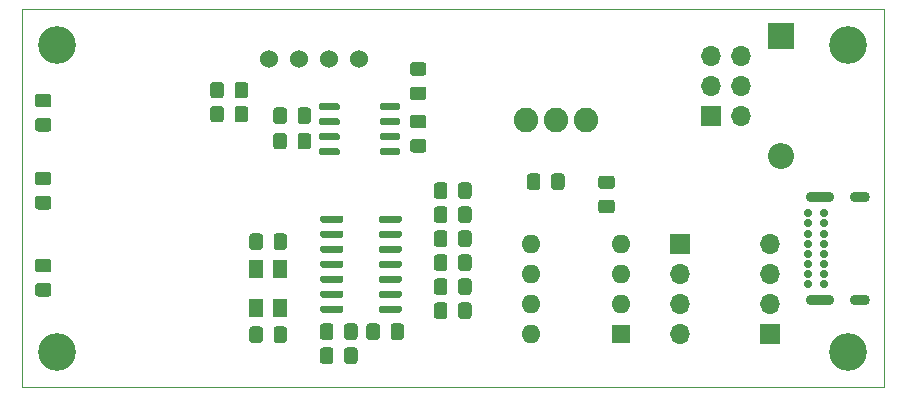
<source format=gbr>
G04 #@! TF.GenerationSoftware,KiCad,Pcbnew,5.1.10*
G04 #@! TF.CreationDate,2021-09-21T16:03:23-04:00*
G04 #@! TF.ProjectId,tinycalibrator,74696e79-6361-46c6-9962-7261746f722e,rev?*
G04 #@! TF.SameCoordinates,Original*
G04 #@! TF.FileFunction,Soldermask,Bot*
G04 #@! TF.FilePolarity,Negative*
%FSLAX46Y46*%
G04 Gerber Fmt 4.6, Leading zero omitted, Abs format (unit mm)*
G04 Created by KiCad (PCBNEW 5.1.10) date 2021-09-21 16:03:23*
%MOMM*%
%LPD*%
G01*
G04 APERTURE LIST*
G04 #@! TA.AperFunction,Profile*
%ADD10C,0.050000*%
G04 #@! TD*
%ADD11O,1.600000X1.600000*%
%ADD12R,1.600000X1.600000*%
%ADD13O,1.700000X1.700000*%
%ADD14R,1.700000X1.700000*%
%ADD15O,2.200000X2.200000*%
%ADD16R,2.200000X2.200000*%
%ADD17C,3.200000*%
%ADD18C,1.524000*%
%ADD19R,1.300000X1.600000*%
%ADD20C,2.082800*%
%ADD21O,1.700000X0.900000*%
%ADD22O,2.400000X0.900000*%
%ADD23C,0.700000*%
G04 APERTURE END LIST*
D10*
X97000000Y-111000000D02*
X170000000Y-111000000D01*
X97000000Y-79000000D02*
X97000000Y-111000000D01*
X170000000Y-79000000D02*
X97000000Y-79000000D01*
X170000000Y-111000000D02*
X170000000Y-79000000D01*
D11*
G04 #@! TO.C,U1*
X140144500Y-106489500D03*
X147764500Y-98869500D03*
X140144500Y-103949500D03*
X147764500Y-101409500D03*
X140144500Y-101409500D03*
X147764500Y-103949500D03*
X140144500Y-98869500D03*
D12*
X147764500Y-106489500D03*
G04 #@! TD*
D13*
G04 #@! TO.C,J4*
X152717500Y-106509500D03*
X152717500Y-103969500D03*
X152717500Y-101429500D03*
D14*
X152717500Y-98889500D03*
G04 #@! TD*
D13*
G04 #@! TO.C,J2*
X160337500Y-98869500D03*
X160337500Y-101409500D03*
X160337500Y-103949500D03*
D14*
X160337500Y-106489500D03*
G04 #@! TD*
D15*
G04 #@! TO.C,D1*
X161290000Y-91440000D03*
D16*
X161290000Y-81280000D03*
G04 #@! TD*
D17*
G04 #@! TO.C,REF\u002A\u002A*
X166964500Y-107994000D03*
G04 #@! TD*
G04 #@! TO.C,REF\u002A\u002A*
X166964500Y-81994000D03*
G04 #@! TD*
G04 #@! TO.C,REF\u002A\u002A*
X99964500Y-107994000D03*
G04 #@! TD*
G04 #@! TO.C,REF\u002A\u002A*
X99964500Y-81994000D03*
G04 #@! TD*
D18*
G04 #@! TO.C,U4*
X125539400Y-83229300D03*
X122999400Y-83229300D03*
X120459400Y-83229300D03*
X117919400Y-83229300D03*
G04 #@! TD*
D19*
G04 #@! TO.C,Y1*
X116856000Y-100967000D03*
X116856000Y-104267000D03*
X118856000Y-104267000D03*
X118856000Y-100967000D03*
G04 #@! TD*
G04 #@! TO.C,U5*
G36*
G01*
X127230000Y-104544000D02*
X127230000Y-104244000D01*
G75*
G02*
X127380000Y-104094000I150000J0D01*
G01*
X129030000Y-104094000D01*
G75*
G02*
X129180000Y-104244000I0J-150000D01*
G01*
X129180000Y-104544000D01*
G75*
G02*
X129030000Y-104694000I-150000J0D01*
G01*
X127380000Y-104694000D01*
G75*
G02*
X127230000Y-104544000I0J150000D01*
G01*
G37*
G36*
G01*
X127230000Y-103274000D02*
X127230000Y-102974000D01*
G75*
G02*
X127380000Y-102824000I150000J0D01*
G01*
X129030000Y-102824000D01*
G75*
G02*
X129180000Y-102974000I0J-150000D01*
G01*
X129180000Y-103274000D01*
G75*
G02*
X129030000Y-103424000I-150000J0D01*
G01*
X127380000Y-103424000D01*
G75*
G02*
X127230000Y-103274000I0J150000D01*
G01*
G37*
G36*
G01*
X127230000Y-102004000D02*
X127230000Y-101704000D01*
G75*
G02*
X127380000Y-101554000I150000J0D01*
G01*
X129030000Y-101554000D01*
G75*
G02*
X129180000Y-101704000I0J-150000D01*
G01*
X129180000Y-102004000D01*
G75*
G02*
X129030000Y-102154000I-150000J0D01*
G01*
X127380000Y-102154000D01*
G75*
G02*
X127230000Y-102004000I0J150000D01*
G01*
G37*
G36*
G01*
X127230000Y-100734000D02*
X127230000Y-100434000D01*
G75*
G02*
X127380000Y-100284000I150000J0D01*
G01*
X129030000Y-100284000D01*
G75*
G02*
X129180000Y-100434000I0J-150000D01*
G01*
X129180000Y-100734000D01*
G75*
G02*
X129030000Y-100884000I-150000J0D01*
G01*
X127380000Y-100884000D01*
G75*
G02*
X127230000Y-100734000I0J150000D01*
G01*
G37*
G36*
G01*
X127230000Y-99464000D02*
X127230000Y-99164000D01*
G75*
G02*
X127380000Y-99014000I150000J0D01*
G01*
X129030000Y-99014000D01*
G75*
G02*
X129180000Y-99164000I0J-150000D01*
G01*
X129180000Y-99464000D01*
G75*
G02*
X129030000Y-99614000I-150000J0D01*
G01*
X127380000Y-99614000D01*
G75*
G02*
X127230000Y-99464000I0J150000D01*
G01*
G37*
G36*
G01*
X127230000Y-98194000D02*
X127230000Y-97894000D01*
G75*
G02*
X127380000Y-97744000I150000J0D01*
G01*
X129030000Y-97744000D01*
G75*
G02*
X129180000Y-97894000I0J-150000D01*
G01*
X129180000Y-98194000D01*
G75*
G02*
X129030000Y-98344000I-150000J0D01*
G01*
X127380000Y-98344000D01*
G75*
G02*
X127230000Y-98194000I0J150000D01*
G01*
G37*
G36*
G01*
X127230000Y-96924000D02*
X127230000Y-96624000D01*
G75*
G02*
X127380000Y-96474000I150000J0D01*
G01*
X129030000Y-96474000D01*
G75*
G02*
X129180000Y-96624000I0J-150000D01*
G01*
X129180000Y-96924000D01*
G75*
G02*
X129030000Y-97074000I-150000J0D01*
G01*
X127380000Y-97074000D01*
G75*
G02*
X127230000Y-96924000I0J150000D01*
G01*
G37*
G36*
G01*
X122280000Y-96924000D02*
X122280000Y-96624000D01*
G75*
G02*
X122430000Y-96474000I150000J0D01*
G01*
X124080000Y-96474000D01*
G75*
G02*
X124230000Y-96624000I0J-150000D01*
G01*
X124230000Y-96924000D01*
G75*
G02*
X124080000Y-97074000I-150000J0D01*
G01*
X122430000Y-97074000D01*
G75*
G02*
X122280000Y-96924000I0J150000D01*
G01*
G37*
G36*
G01*
X122280000Y-98194000D02*
X122280000Y-97894000D01*
G75*
G02*
X122430000Y-97744000I150000J0D01*
G01*
X124080000Y-97744000D01*
G75*
G02*
X124230000Y-97894000I0J-150000D01*
G01*
X124230000Y-98194000D01*
G75*
G02*
X124080000Y-98344000I-150000J0D01*
G01*
X122430000Y-98344000D01*
G75*
G02*
X122280000Y-98194000I0J150000D01*
G01*
G37*
G36*
G01*
X122280000Y-99464000D02*
X122280000Y-99164000D01*
G75*
G02*
X122430000Y-99014000I150000J0D01*
G01*
X124080000Y-99014000D01*
G75*
G02*
X124230000Y-99164000I0J-150000D01*
G01*
X124230000Y-99464000D01*
G75*
G02*
X124080000Y-99614000I-150000J0D01*
G01*
X122430000Y-99614000D01*
G75*
G02*
X122280000Y-99464000I0J150000D01*
G01*
G37*
G36*
G01*
X122280000Y-100734000D02*
X122280000Y-100434000D01*
G75*
G02*
X122430000Y-100284000I150000J0D01*
G01*
X124080000Y-100284000D01*
G75*
G02*
X124230000Y-100434000I0J-150000D01*
G01*
X124230000Y-100734000D01*
G75*
G02*
X124080000Y-100884000I-150000J0D01*
G01*
X122430000Y-100884000D01*
G75*
G02*
X122280000Y-100734000I0J150000D01*
G01*
G37*
G36*
G01*
X122280000Y-102004000D02*
X122280000Y-101704000D01*
G75*
G02*
X122430000Y-101554000I150000J0D01*
G01*
X124080000Y-101554000D01*
G75*
G02*
X124230000Y-101704000I0J-150000D01*
G01*
X124230000Y-102004000D01*
G75*
G02*
X124080000Y-102154000I-150000J0D01*
G01*
X122430000Y-102154000D01*
G75*
G02*
X122280000Y-102004000I0J150000D01*
G01*
G37*
G36*
G01*
X122280000Y-103274000D02*
X122280000Y-102974000D01*
G75*
G02*
X122430000Y-102824000I150000J0D01*
G01*
X124080000Y-102824000D01*
G75*
G02*
X124230000Y-102974000I0J-150000D01*
G01*
X124230000Y-103274000D01*
G75*
G02*
X124080000Y-103424000I-150000J0D01*
G01*
X122430000Y-103424000D01*
G75*
G02*
X122280000Y-103274000I0J150000D01*
G01*
G37*
G36*
G01*
X122280000Y-104544000D02*
X122280000Y-104244000D01*
G75*
G02*
X122430000Y-104094000I150000J0D01*
G01*
X124080000Y-104094000D01*
G75*
G02*
X124230000Y-104244000I0J-150000D01*
G01*
X124230000Y-104544000D01*
G75*
G02*
X124080000Y-104694000I-150000J0D01*
G01*
X122430000Y-104694000D01*
G75*
G02*
X122280000Y-104544000I0J150000D01*
G01*
G37*
G04 #@! TD*
G04 #@! TO.C,U3*
G36*
G01*
X127303000Y-91209000D02*
X127303000Y-90909000D01*
G75*
G02*
X127453000Y-90759000I150000J0D01*
G01*
X128903000Y-90759000D01*
G75*
G02*
X129053000Y-90909000I0J-150000D01*
G01*
X129053000Y-91209000D01*
G75*
G02*
X128903000Y-91359000I-150000J0D01*
G01*
X127453000Y-91359000D01*
G75*
G02*
X127303000Y-91209000I0J150000D01*
G01*
G37*
G36*
G01*
X127303000Y-89939000D02*
X127303000Y-89639000D01*
G75*
G02*
X127453000Y-89489000I150000J0D01*
G01*
X128903000Y-89489000D01*
G75*
G02*
X129053000Y-89639000I0J-150000D01*
G01*
X129053000Y-89939000D01*
G75*
G02*
X128903000Y-90089000I-150000J0D01*
G01*
X127453000Y-90089000D01*
G75*
G02*
X127303000Y-89939000I0J150000D01*
G01*
G37*
G36*
G01*
X127303000Y-88669000D02*
X127303000Y-88369000D01*
G75*
G02*
X127453000Y-88219000I150000J0D01*
G01*
X128903000Y-88219000D01*
G75*
G02*
X129053000Y-88369000I0J-150000D01*
G01*
X129053000Y-88669000D01*
G75*
G02*
X128903000Y-88819000I-150000J0D01*
G01*
X127453000Y-88819000D01*
G75*
G02*
X127303000Y-88669000I0J150000D01*
G01*
G37*
G36*
G01*
X127303000Y-87399000D02*
X127303000Y-87099000D01*
G75*
G02*
X127453000Y-86949000I150000J0D01*
G01*
X128903000Y-86949000D01*
G75*
G02*
X129053000Y-87099000I0J-150000D01*
G01*
X129053000Y-87399000D01*
G75*
G02*
X128903000Y-87549000I-150000J0D01*
G01*
X127453000Y-87549000D01*
G75*
G02*
X127303000Y-87399000I0J150000D01*
G01*
G37*
G36*
G01*
X122153000Y-87399000D02*
X122153000Y-87099000D01*
G75*
G02*
X122303000Y-86949000I150000J0D01*
G01*
X123753000Y-86949000D01*
G75*
G02*
X123903000Y-87099000I0J-150000D01*
G01*
X123903000Y-87399000D01*
G75*
G02*
X123753000Y-87549000I-150000J0D01*
G01*
X122303000Y-87549000D01*
G75*
G02*
X122153000Y-87399000I0J150000D01*
G01*
G37*
G36*
G01*
X122153000Y-88669000D02*
X122153000Y-88369000D01*
G75*
G02*
X122303000Y-88219000I150000J0D01*
G01*
X123753000Y-88219000D01*
G75*
G02*
X123903000Y-88369000I0J-150000D01*
G01*
X123903000Y-88669000D01*
G75*
G02*
X123753000Y-88819000I-150000J0D01*
G01*
X122303000Y-88819000D01*
G75*
G02*
X122153000Y-88669000I0J150000D01*
G01*
G37*
G36*
G01*
X122153000Y-89939000D02*
X122153000Y-89639000D01*
G75*
G02*
X122303000Y-89489000I150000J0D01*
G01*
X123753000Y-89489000D01*
G75*
G02*
X123903000Y-89639000I0J-150000D01*
G01*
X123903000Y-89939000D01*
G75*
G02*
X123753000Y-90089000I-150000J0D01*
G01*
X122303000Y-90089000D01*
G75*
G02*
X122153000Y-89939000I0J150000D01*
G01*
G37*
G36*
G01*
X122153000Y-91209000D02*
X122153000Y-90909000D01*
G75*
G02*
X122303000Y-90759000I150000J0D01*
G01*
X123753000Y-90759000D01*
G75*
G02*
X123903000Y-90909000I0J-150000D01*
G01*
X123903000Y-91209000D01*
G75*
G02*
X123753000Y-91359000I-150000J0D01*
G01*
X122303000Y-91359000D01*
G75*
G02*
X122153000Y-91209000I0J150000D01*
G01*
G37*
G04 #@! TD*
D20*
G04 #@! TO.C,SW1*
X139700000Y-88392000D03*
X142240000Y-88392000D03*
X144780000Y-88392000D03*
G04 #@! TD*
G04 #@! TO.C,R15*
G36*
G01*
X146044499Y-95128500D02*
X146944501Y-95128500D01*
G75*
G02*
X147194500Y-95378499I0J-249999D01*
G01*
X147194500Y-96028501D01*
G75*
G02*
X146944501Y-96278500I-249999J0D01*
G01*
X146044499Y-96278500D01*
G75*
G02*
X145794500Y-96028501I0J249999D01*
G01*
X145794500Y-95378499D01*
G75*
G02*
X146044499Y-95128500I249999J0D01*
G01*
G37*
G36*
G01*
X146044499Y-93078500D02*
X146944501Y-93078500D01*
G75*
G02*
X147194500Y-93328499I0J-249999D01*
G01*
X147194500Y-93978501D01*
G75*
G02*
X146944501Y-94228500I-249999J0D01*
G01*
X146044499Y-94228500D01*
G75*
G02*
X145794500Y-93978501I0J249999D01*
G01*
X145794500Y-93328499D01*
G75*
G02*
X146044499Y-93078500I249999J0D01*
G01*
G37*
G04 #@! TD*
G04 #@! TO.C,R14*
G36*
G01*
X140901000Y-93148999D02*
X140901000Y-94049001D01*
G75*
G02*
X140651001Y-94299000I-249999J0D01*
G01*
X140000999Y-94299000D01*
G75*
G02*
X139751000Y-94049001I0J249999D01*
G01*
X139751000Y-93148999D01*
G75*
G02*
X140000999Y-92899000I249999J0D01*
G01*
X140651001Y-92899000D01*
G75*
G02*
X140901000Y-93148999I0J-249999D01*
G01*
G37*
G36*
G01*
X142951000Y-93148999D02*
X142951000Y-94049001D01*
G75*
G02*
X142701001Y-94299000I-249999J0D01*
G01*
X142050999Y-94299000D01*
G75*
G02*
X141801000Y-94049001I0J249999D01*
G01*
X141801000Y-93148999D01*
G75*
G02*
X142050999Y-92899000I249999J0D01*
G01*
X142701001Y-92899000D01*
G75*
G02*
X142951000Y-93148999I0J-249999D01*
G01*
G37*
G04 #@! TD*
G04 #@! TO.C,R13*
G36*
G01*
X99256001Y-101277000D02*
X98355999Y-101277000D01*
G75*
G02*
X98106000Y-101027001I0J249999D01*
G01*
X98106000Y-100376999D01*
G75*
G02*
X98355999Y-100127000I249999J0D01*
G01*
X99256001Y-100127000D01*
G75*
G02*
X99506000Y-100376999I0J-249999D01*
G01*
X99506000Y-101027001D01*
G75*
G02*
X99256001Y-101277000I-249999J0D01*
G01*
G37*
G36*
G01*
X99256001Y-103327000D02*
X98355999Y-103327000D01*
G75*
G02*
X98106000Y-103077001I0J249999D01*
G01*
X98106000Y-102426999D01*
G75*
G02*
X98355999Y-102177000I249999J0D01*
G01*
X99256001Y-102177000D01*
G75*
G02*
X99506000Y-102426999I0J-249999D01*
G01*
X99506000Y-103077001D01*
G75*
G02*
X99256001Y-103327000I-249999J0D01*
G01*
G37*
G04 #@! TD*
G04 #@! TO.C,R12*
G36*
G01*
X133927000Y-94811001D02*
X133927000Y-93910999D01*
G75*
G02*
X134176999Y-93661000I249999J0D01*
G01*
X134827001Y-93661000D01*
G75*
G02*
X135077000Y-93910999I0J-249999D01*
G01*
X135077000Y-94811001D01*
G75*
G02*
X134827001Y-95061000I-249999J0D01*
G01*
X134176999Y-95061000D01*
G75*
G02*
X133927000Y-94811001I0J249999D01*
G01*
G37*
G36*
G01*
X131877000Y-94811001D02*
X131877000Y-93910999D01*
G75*
G02*
X132126999Y-93661000I249999J0D01*
G01*
X132777001Y-93661000D01*
G75*
G02*
X133027000Y-93910999I0J-249999D01*
G01*
X133027000Y-94811001D01*
G75*
G02*
X132777001Y-95061000I-249999J0D01*
G01*
X132126999Y-95061000D01*
G75*
G02*
X131877000Y-94811001I0J249999D01*
G01*
G37*
G04 #@! TD*
G04 #@! TO.C,R11*
G36*
G01*
X99256001Y-93902000D02*
X98355999Y-93902000D01*
G75*
G02*
X98106000Y-93652001I0J249999D01*
G01*
X98106000Y-93001999D01*
G75*
G02*
X98355999Y-92752000I249999J0D01*
G01*
X99256001Y-92752000D01*
G75*
G02*
X99506000Y-93001999I0J-249999D01*
G01*
X99506000Y-93652001D01*
G75*
G02*
X99256001Y-93902000I-249999J0D01*
G01*
G37*
G36*
G01*
X99256001Y-95952000D02*
X98355999Y-95952000D01*
G75*
G02*
X98106000Y-95702001I0J249999D01*
G01*
X98106000Y-95051999D01*
G75*
G02*
X98355999Y-94802000I249999J0D01*
G01*
X99256001Y-94802000D01*
G75*
G02*
X99506000Y-95051999I0J-249999D01*
G01*
X99506000Y-95702001D01*
G75*
G02*
X99256001Y-95952000I-249999J0D01*
G01*
G37*
G04 #@! TD*
G04 #@! TO.C,R10*
G36*
G01*
X99256001Y-87307000D02*
X98355999Y-87307000D01*
G75*
G02*
X98106000Y-87057001I0J249999D01*
G01*
X98106000Y-86406999D01*
G75*
G02*
X98355999Y-86157000I249999J0D01*
G01*
X99256001Y-86157000D01*
G75*
G02*
X99506000Y-86406999I0J-249999D01*
G01*
X99506000Y-87057001D01*
G75*
G02*
X99256001Y-87307000I-249999J0D01*
G01*
G37*
G36*
G01*
X99256001Y-89357000D02*
X98355999Y-89357000D01*
G75*
G02*
X98106000Y-89107001I0J249999D01*
G01*
X98106000Y-88456999D01*
G75*
G02*
X98355999Y-88207000I249999J0D01*
G01*
X99256001Y-88207000D01*
G75*
G02*
X99506000Y-88456999I0J-249999D01*
G01*
X99506000Y-89107001D01*
G75*
G02*
X99256001Y-89357000I-249999J0D01*
G01*
G37*
G04 #@! TD*
G04 #@! TO.C,R9*
G36*
G01*
X128212000Y-106749001D02*
X128212000Y-105848999D01*
G75*
G02*
X128461999Y-105599000I249999J0D01*
G01*
X129112001Y-105599000D01*
G75*
G02*
X129362000Y-105848999I0J-249999D01*
G01*
X129362000Y-106749001D01*
G75*
G02*
X129112001Y-106999000I-249999J0D01*
G01*
X128461999Y-106999000D01*
G75*
G02*
X128212000Y-106749001I0J249999D01*
G01*
G37*
G36*
G01*
X126162000Y-106749001D02*
X126162000Y-105848999D01*
G75*
G02*
X126411999Y-105599000I249999J0D01*
G01*
X127062001Y-105599000D01*
G75*
G02*
X127312000Y-105848999I0J-249999D01*
G01*
X127312000Y-106749001D01*
G75*
G02*
X127062001Y-106999000I-249999J0D01*
G01*
X126411999Y-106999000D01*
G75*
G02*
X126162000Y-106749001I0J249999D01*
G01*
G37*
G04 #@! TD*
G04 #@! TO.C,R7*
G36*
G01*
X115004000Y-86302001D02*
X115004000Y-85401999D01*
G75*
G02*
X115253999Y-85152000I249999J0D01*
G01*
X115904001Y-85152000D01*
G75*
G02*
X116154000Y-85401999I0J-249999D01*
G01*
X116154000Y-86302001D01*
G75*
G02*
X115904001Y-86552000I-249999J0D01*
G01*
X115253999Y-86552000D01*
G75*
G02*
X115004000Y-86302001I0J249999D01*
G01*
G37*
G36*
G01*
X112954000Y-86302001D02*
X112954000Y-85401999D01*
G75*
G02*
X113203999Y-85152000I249999J0D01*
G01*
X113854001Y-85152000D01*
G75*
G02*
X114104000Y-85401999I0J-249999D01*
G01*
X114104000Y-86302001D01*
G75*
G02*
X113854001Y-86552000I-249999J0D01*
G01*
X113203999Y-86552000D01*
G75*
G02*
X112954000Y-86302001I0J249999D01*
G01*
G37*
G04 #@! TD*
G04 #@! TO.C,R6*
G36*
G01*
X115004000Y-88334001D02*
X115004000Y-87433999D01*
G75*
G02*
X115253999Y-87184000I249999J0D01*
G01*
X115904001Y-87184000D01*
G75*
G02*
X116154000Y-87433999I0J-249999D01*
G01*
X116154000Y-88334001D01*
G75*
G02*
X115904001Y-88584000I-249999J0D01*
G01*
X115253999Y-88584000D01*
G75*
G02*
X115004000Y-88334001I0J249999D01*
G01*
G37*
G36*
G01*
X112954000Y-88334001D02*
X112954000Y-87433999D01*
G75*
G02*
X113203999Y-87184000I249999J0D01*
G01*
X113854001Y-87184000D01*
G75*
G02*
X114104000Y-87433999I0J-249999D01*
G01*
X114104000Y-88334001D01*
G75*
G02*
X113854001Y-88584000I-249999J0D01*
G01*
X113203999Y-88584000D01*
G75*
G02*
X112954000Y-88334001I0J249999D01*
G01*
G37*
G04 #@! TD*
G04 #@! TO.C,R5*
G36*
G01*
X133927000Y-98875001D02*
X133927000Y-97974999D01*
G75*
G02*
X134176999Y-97725000I249999J0D01*
G01*
X134827001Y-97725000D01*
G75*
G02*
X135077000Y-97974999I0J-249999D01*
G01*
X135077000Y-98875001D01*
G75*
G02*
X134827001Y-99125000I-249999J0D01*
G01*
X134176999Y-99125000D01*
G75*
G02*
X133927000Y-98875001I0J249999D01*
G01*
G37*
G36*
G01*
X131877000Y-98875001D02*
X131877000Y-97974999D01*
G75*
G02*
X132126999Y-97725000I249999J0D01*
G01*
X132777001Y-97725000D01*
G75*
G02*
X133027000Y-97974999I0J-249999D01*
G01*
X133027000Y-98875001D01*
G75*
G02*
X132777001Y-99125000I-249999J0D01*
G01*
X132126999Y-99125000D01*
G75*
G02*
X131877000Y-98875001I0J249999D01*
G01*
G37*
G04 #@! TD*
G04 #@! TO.C,R4*
G36*
G01*
X133927000Y-104971001D02*
X133927000Y-104070999D01*
G75*
G02*
X134176999Y-103821000I249999J0D01*
G01*
X134827001Y-103821000D01*
G75*
G02*
X135077000Y-104070999I0J-249999D01*
G01*
X135077000Y-104971001D01*
G75*
G02*
X134827001Y-105221000I-249999J0D01*
G01*
X134176999Y-105221000D01*
G75*
G02*
X133927000Y-104971001I0J249999D01*
G01*
G37*
G36*
G01*
X131877000Y-104971001D02*
X131877000Y-104070999D01*
G75*
G02*
X132126999Y-103821000I249999J0D01*
G01*
X132777001Y-103821000D01*
G75*
G02*
X133027000Y-104070999I0J-249999D01*
G01*
X133027000Y-104971001D01*
G75*
G02*
X132777001Y-105221000I-249999J0D01*
G01*
X132126999Y-105221000D01*
G75*
G02*
X131877000Y-104971001I0J249999D01*
G01*
G37*
G04 #@! TD*
G04 #@! TO.C,R3*
G36*
G01*
X133927000Y-102939001D02*
X133927000Y-102038999D01*
G75*
G02*
X134176999Y-101789000I249999J0D01*
G01*
X134827001Y-101789000D01*
G75*
G02*
X135077000Y-102038999I0J-249999D01*
G01*
X135077000Y-102939001D01*
G75*
G02*
X134827001Y-103189000I-249999J0D01*
G01*
X134176999Y-103189000D01*
G75*
G02*
X133927000Y-102939001I0J249999D01*
G01*
G37*
G36*
G01*
X131877000Y-102939001D02*
X131877000Y-102038999D01*
G75*
G02*
X132126999Y-101789000I249999J0D01*
G01*
X132777001Y-101789000D01*
G75*
G02*
X133027000Y-102038999I0J-249999D01*
G01*
X133027000Y-102939001D01*
G75*
G02*
X132777001Y-103189000I-249999J0D01*
G01*
X132126999Y-103189000D01*
G75*
G02*
X131877000Y-102939001I0J249999D01*
G01*
G37*
G04 #@! TD*
G04 #@! TO.C,R2*
G36*
G01*
X133927000Y-96843001D02*
X133927000Y-95942999D01*
G75*
G02*
X134176999Y-95693000I249999J0D01*
G01*
X134827001Y-95693000D01*
G75*
G02*
X135077000Y-95942999I0J-249999D01*
G01*
X135077000Y-96843001D01*
G75*
G02*
X134827001Y-97093000I-249999J0D01*
G01*
X134176999Y-97093000D01*
G75*
G02*
X133927000Y-96843001I0J249999D01*
G01*
G37*
G36*
G01*
X131877000Y-96843001D02*
X131877000Y-95942999D01*
G75*
G02*
X132126999Y-95693000I249999J0D01*
G01*
X132777001Y-95693000D01*
G75*
G02*
X133027000Y-95942999I0J-249999D01*
G01*
X133027000Y-96843001D01*
G75*
G02*
X132777001Y-97093000I-249999J0D01*
G01*
X132126999Y-97093000D01*
G75*
G02*
X131877000Y-96843001I0J249999D01*
G01*
G37*
G04 #@! TD*
G04 #@! TO.C,R1*
G36*
G01*
X133927000Y-100907001D02*
X133927000Y-100006999D01*
G75*
G02*
X134176999Y-99757000I249999J0D01*
G01*
X134827001Y-99757000D01*
G75*
G02*
X135077000Y-100006999I0J-249999D01*
G01*
X135077000Y-100907001D01*
G75*
G02*
X134827001Y-101157000I-249999J0D01*
G01*
X134176999Y-101157000D01*
G75*
G02*
X133927000Y-100907001I0J249999D01*
G01*
G37*
G36*
G01*
X131877000Y-100907001D02*
X131877000Y-100006999D01*
G75*
G02*
X132126999Y-99757000I249999J0D01*
G01*
X132777001Y-99757000D01*
G75*
G02*
X133027000Y-100006999I0J-249999D01*
G01*
X133027000Y-100907001D01*
G75*
G02*
X132777001Y-101157000I-249999J0D01*
G01*
X132126999Y-101157000D01*
G75*
G02*
X131877000Y-100907001I0J249999D01*
G01*
G37*
G04 #@! TD*
D13*
G04 #@! TO.C,J3*
X157861000Y-82931000D03*
X155321000Y-82931000D03*
X157861000Y-85471000D03*
X155321000Y-85471000D03*
X157861000Y-88011000D03*
D14*
X155321000Y-88011000D03*
G04 #@! TD*
D21*
G04 #@! TO.C,J1*
X167936000Y-94935000D03*
X167936000Y-103585000D03*
D22*
X164556000Y-94935000D03*
X164556000Y-103585000D03*
D23*
X164926000Y-98835000D03*
X164926000Y-96285000D03*
X164926000Y-97135000D03*
X164926000Y-97985000D03*
X164926000Y-102235000D03*
X164926000Y-100535000D03*
X164926000Y-99685000D03*
X164926000Y-101385000D03*
X163576000Y-96285000D03*
X163576000Y-97135000D03*
X163576000Y-97985000D03*
X163576000Y-98835000D03*
X163576000Y-99685000D03*
X163576000Y-100535000D03*
X163576000Y-101385000D03*
X163576000Y-102235000D03*
G04 #@! TD*
G04 #@! TO.C,C10*
G36*
G01*
X123375000Y-107880999D02*
X123375000Y-108781001D01*
G75*
G02*
X123125001Y-109031000I-249999J0D01*
G01*
X122474999Y-109031000D01*
G75*
G02*
X122225000Y-108781001I0J249999D01*
G01*
X122225000Y-107880999D01*
G75*
G02*
X122474999Y-107631000I249999J0D01*
G01*
X123125001Y-107631000D01*
G75*
G02*
X123375000Y-107880999I0J-249999D01*
G01*
G37*
G36*
G01*
X125425000Y-107880999D02*
X125425000Y-108781001D01*
G75*
G02*
X125175001Y-109031000I-249999J0D01*
G01*
X124524999Y-109031000D01*
G75*
G02*
X124275000Y-108781001I0J249999D01*
G01*
X124275000Y-107880999D01*
G75*
G02*
X124524999Y-107631000I249999J0D01*
G01*
X125175001Y-107631000D01*
G75*
G02*
X125425000Y-107880999I0J-249999D01*
G01*
G37*
G04 #@! TD*
G04 #@! TO.C,C9*
G36*
G01*
X123375000Y-105848999D02*
X123375000Y-106749001D01*
G75*
G02*
X123125001Y-106999000I-249999J0D01*
G01*
X122474999Y-106999000D01*
G75*
G02*
X122225000Y-106749001I0J249999D01*
G01*
X122225000Y-105848999D01*
G75*
G02*
X122474999Y-105599000I249999J0D01*
G01*
X123125001Y-105599000D01*
G75*
G02*
X123375000Y-105848999I0J-249999D01*
G01*
G37*
G36*
G01*
X125425000Y-105848999D02*
X125425000Y-106749001D01*
G75*
G02*
X125175001Y-106999000I-249999J0D01*
G01*
X124524999Y-106999000D01*
G75*
G02*
X124275000Y-106749001I0J249999D01*
G01*
X124275000Y-105848999D01*
G75*
G02*
X124524999Y-105599000I249999J0D01*
G01*
X125175001Y-105599000D01*
G75*
G02*
X125425000Y-105848999I0J-249999D01*
G01*
G37*
G04 #@! TD*
G04 #@! TO.C,C8*
G36*
G01*
X117406000Y-106102999D02*
X117406000Y-107003001D01*
G75*
G02*
X117156001Y-107253000I-249999J0D01*
G01*
X116505999Y-107253000D01*
G75*
G02*
X116256000Y-107003001I0J249999D01*
G01*
X116256000Y-106102999D01*
G75*
G02*
X116505999Y-105853000I249999J0D01*
G01*
X117156001Y-105853000D01*
G75*
G02*
X117406000Y-106102999I0J-249999D01*
G01*
G37*
G36*
G01*
X119456000Y-106102999D02*
X119456000Y-107003001D01*
G75*
G02*
X119206001Y-107253000I-249999J0D01*
G01*
X118555999Y-107253000D01*
G75*
G02*
X118306000Y-107003001I0J249999D01*
G01*
X118306000Y-106102999D01*
G75*
G02*
X118555999Y-105853000I249999J0D01*
G01*
X119206001Y-105853000D01*
G75*
G02*
X119456000Y-106102999I0J-249999D01*
G01*
G37*
G04 #@! TD*
G04 #@! TO.C,C7*
G36*
G01*
X118306000Y-99129001D02*
X118306000Y-98228999D01*
G75*
G02*
X118555999Y-97979000I249999J0D01*
G01*
X119206001Y-97979000D01*
G75*
G02*
X119456000Y-98228999I0J-249999D01*
G01*
X119456000Y-99129001D01*
G75*
G02*
X119206001Y-99379000I-249999J0D01*
G01*
X118555999Y-99379000D01*
G75*
G02*
X118306000Y-99129001I0J249999D01*
G01*
G37*
G36*
G01*
X116256000Y-99129001D02*
X116256000Y-98228999D01*
G75*
G02*
X116505999Y-97979000I249999J0D01*
G01*
X117156001Y-97979000D01*
G75*
G02*
X117406000Y-98228999I0J-249999D01*
G01*
X117406000Y-99129001D01*
G75*
G02*
X117156001Y-99379000I-249999J0D01*
G01*
X116505999Y-99379000D01*
G75*
G02*
X116256000Y-99129001I0J249999D01*
G01*
G37*
G04 #@! TD*
G04 #@! TO.C,C6*
G36*
G01*
X119438000Y-87560999D02*
X119438000Y-88461001D01*
G75*
G02*
X119188001Y-88711000I-249999J0D01*
G01*
X118537999Y-88711000D01*
G75*
G02*
X118288000Y-88461001I0J249999D01*
G01*
X118288000Y-87560999D01*
G75*
G02*
X118537999Y-87311000I249999J0D01*
G01*
X119188001Y-87311000D01*
G75*
G02*
X119438000Y-87560999I0J-249999D01*
G01*
G37*
G36*
G01*
X121488000Y-87560999D02*
X121488000Y-88461001D01*
G75*
G02*
X121238001Y-88711000I-249999J0D01*
G01*
X120587999Y-88711000D01*
G75*
G02*
X120338000Y-88461001I0J249999D01*
G01*
X120338000Y-87560999D01*
G75*
G02*
X120587999Y-87311000I249999J0D01*
G01*
X121238001Y-87311000D01*
G75*
G02*
X121488000Y-87560999I0J-249999D01*
G01*
G37*
G04 #@! TD*
G04 #@! TO.C,C5*
G36*
G01*
X131006001Y-89085000D02*
X130105999Y-89085000D01*
G75*
G02*
X129856000Y-88835001I0J249999D01*
G01*
X129856000Y-88184999D01*
G75*
G02*
X130105999Y-87935000I249999J0D01*
G01*
X131006001Y-87935000D01*
G75*
G02*
X131256000Y-88184999I0J-249999D01*
G01*
X131256000Y-88835001D01*
G75*
G02*
X131006001Y-89085000I-249999J0D01*
G01*
G37*
G36*
G01*
X131006001Y-91135000D02*
X130105999Y-91135000D01*
G75*
G02*
X129856000Y-90885001I0J249999D01*
G01*
X129856000Y-90234999D01*
G75*
G02*
X130105999Y-89985000I249999J0D01*
G01*
X131006001Y-89985000D01*
G75*
G02*
X131256000Y-90234999I0J-249999D01*
G01*
X131256000Y-90885001D01*
G75*
G02*
X131006001Y-91135000I-249999J0D01*
G01*
G37*
G04 #@! TD*
G04 #@! TO.C,C4*
G36*
G01*
X131006001Y-84640000D02*
X130105999Y-84640000D01*
G75*
G02*
X129856000Y-84390001I0J249999D01*
G01*
X129856000Y-83739999D01*
G75*
G02*
X130105999Y-83490000I249999J0D01*
G01*
X131006001Y-83490000D01*
G75*
G02*
X131256000Y-83739999I0J-249999D01*
G01*
X131256000Y-84390001D01*
G75*
G02*
X131006001Y-84640000I-249999J0D01*
G01*
G37*
G36*
G01*
X131006001Y-86690000D02*
X130105999Y-86690000D01*
G75*
G02*
X129856000Y-86440001I0J249999D01*
G01*
X129856000Y-85789999D01*
G75*
G02*
X130105999Y-85540000I249999J0D01*
G01*
X131006001Y-85540000D01*
G75*
G02*
X131256000Y-85789999I0J-249999D01*
G01*
X131256000Y-86440001D01*
G75*
G02*
X131006001Y-86690000I-249999J0D01*
G01*
G37*
G04 #@! TD*
G04 #@! TO.C,C2*
G36*
G01*
X119438000Y-89719999D02*
X119438000Y-90620001D01*
G75*
G02*
X119188001Y-90870000I-249999J0D01*
G01*
X118537999Y-90870000D01*
G75*
G02*
X118288000Y-90620001I0J249999D01*
G01*
X118288000Y-89719999D01*
G75*
G02*
X118537999Y-89470000I249999J0D01*
G01*
X119188001Y-89470000D01*
G75*
G02*
X119438000Y-89719999I0J-249999D01*
G01*
G37*
G36*
G01*
X121488000Y-89719999D02*
X121488000Y-90620001D01*
G75*
G02*
X121238001Y-90870000I-249999J0D01*
G01*
X120587999Y-90870000D01*
G75*
G02*
X120338000Y-90620001I0J249999D01*
G01*
X120338000Y-89719999D01*
G75*
G02*
X120587999Y-89470000I249999J0D01*
G01*
X121238001Y-89470000D01*
G75*
G02*
X121488000Y-89719999I0J-249999D01*
G01*
G37*
G04 #@! TD*
M02*

</source>
